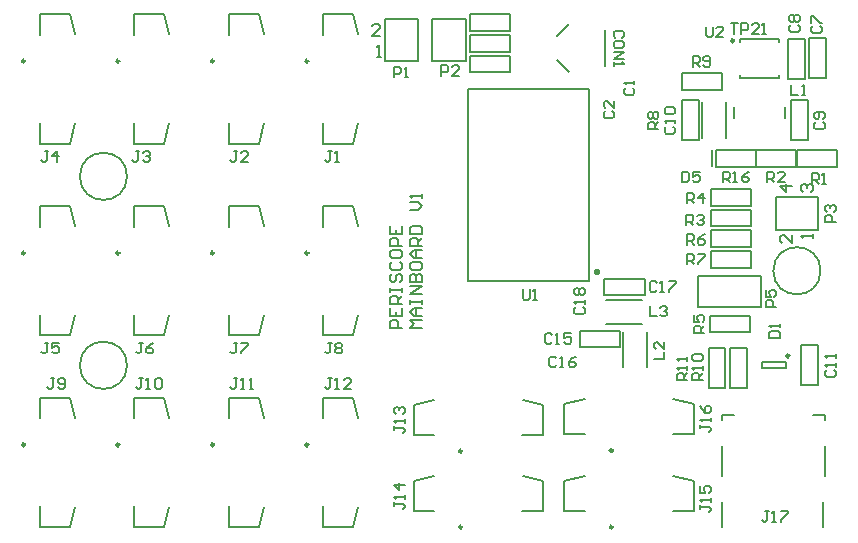
<source format=gto>
G04 Layer_Color=65535*
%FSLAX25Y25*%
%MOIN*%
G70*
G01*
G75*
%ADD39C,0.01000*%
%ADD40C,0.00600*%
%ADD56C,0.00984*%
%ADD57C,0.00787*%
%ADD58C,0.00700*%
D39*
X199213Y87008D02*
Y86008D01*
X198213D01*
Y87008D01*
X199213D01*
D40*
X267715Y112795D02*
X267049Y113462D01*
Y114795D01*
X267715Y115461D01*
X268381D01*
X269048Y114795D01*
Y114128D01*
Y114795D01*
X269714Y115461D01*
X270381D01*
X271047Y114795D01*
Y113462D01*
X270381Y112795D01*
X263961Y114795D02*
X259962D01*
X261961Y112795D01*
Y115461D01*
X263961Y98532D02*
Y95866D01*
X261295Y98532D01*
X260628D01*
X259962Y97865D01*
Y96533D01*
X260628Y95866D01*
X271047Y97441D02*
Y98774D01*
Y98107D01*
X267049D01*
X267715Y97441D01*
X126682Y164961D02*
X124016D01*
X126682Y167626D01*
Y168293D01*
X126015Y168959D01*
X124682D01*
X124016Y168293D01*
X125591Y157874D02*
X126923D01*
X126257D01*
Y161873D01*
X125591Y161206D01*
D56*
X263090Y58268D02*
G03*
X263090Y58268I-492J0D01*
G01*
X154035Y26476D02*
G03*
X154035Y26476I-492J0D01*
G01*
X154035Y1169D02*
G03*
X154035Y1169I-492J0D01*
G01*
X102756Y156496D02*
G03*
X102756Y156496I-492J0D01*
G01*
X71260D02*
G03*
X71260Y156496I-492J0D01*
G01*
X39764D02*
G03*
X39764Y156496I-492J0D01*
G01*
X8268D02*
G03*
X8268Y156496I-492J0D01*
G01*
X8268Y92520D02*
G03*
X8268Y92520I-492J0D01*
G01*
X39764Y92520D02*
G03*
X39764Y92520I-492J0D01*
G01*
X102756Y92520D02*
G03*
X102756Y92520I-492J0D01*
G01*
X8268Y28630D02*
G03*
X8268Y28630I-492J0D01*
G01*
X71260Y28630D02*
G03*
X71260Y28630I-492J0D01*
G01*
X102756Y28630D02*
G03*
X102756Y28630I-492J0D01*
G01*
X204232Y1169D02*
G03*
X204232Y1169I-492J0D01*
G01*
X204232Y26673D02*
G03*
X204232Y26673I-492J0D01*
G01*
X244587Y163307D02*
G03*
X244587Y163307I-492J0D01*
G01*
X71260Y92520D02*
G03*
X71260Y92520I-492J0D01*
G01*
X39764Y28630D02*
G03*
X39764Y28630I-492J0D01*
G01*
D57*
X42323Y118110D02*
G03*
X42323Y118110I-7874J0D01*
G01*
Y55118D02*
G03*
X42323Y55118I-7874J0D01*
G01*
X273494Y86614D02*
G03*
X273494Y86614I-7874J0D01*
G01*
X261811Y54134D02*
Y56102D01*
X253937Y54134D02*
Y56102D01*
X261811Y56102D01*
X253937Y54134D02*
X261811Y54134D01*
X236698Y66142D02*
X243391D01*
X236698D02*
Y71653D01*
X250084D01*
Y66142D02*
Y71653D01*
X243391Y66142D02*
X250084D01*
X243579Y100059D02*
X250272D01*
Y94547D02*
Y100059D01*
X236886Y94547D02*
X250272D01*
X236886D02*
Y100059D01*
X243579D01*
X236886Y87658D02*
X243579D01*
X236886D02*
Y93169D01*
X250272D01*
Y87658D02*
Y93169D01*
X243579Y87658D02*
X250272D01*
X236856Y108327D02*
X243548D01*
X236856D02*
Y113839D01*
X250241D01*
Y108327D02*
Y113839D01*
X243548Y108327D02*
X250241D01*
X243548Y106949D02*
X250241D01*
Y101437D02*
Y106949D01*
X236856Y101437D02*
X250241D01*
X236856D02*
Y106949D01*
X243548D01*
X272524Y100118D02*
Y111299D01*
X258547Y100118D02*
Y111299D01*
Y100118D02*
X272524Y100118D01*
X258547Y111299D02*
X272524D01*
X253714Y74429D02*
Y85020D01*
X232533D02*
X253714D01*
X232533Y74429D02*
Y85020D01*
Y74429D02*
X253714D01*
X181004Y41917D02*
X181004Y31988D01*
X174273Y43534D02*
X181004Y41917D01*
X137894Y41917D02*
X144625Y43534D01*
X174114Y31988D02*
X181004Y31988D01*
X137894Y31988D02*
X144783D01*
X137894D02*
Y41917D01*
X181004Y6681D02*
X181004Y16610D01*
X174273Y18227D02*
X181004Y16610D01*
X137894D02*
X144625Y18227D01*
X174114Y6681D02*
X181004D01*
X137894D02*
X144783D01*
X137894Y16610D02*
X137894Y6681D01*
X245443Y121260D02*
X252135Y121260D01*
Y126772D01*
X238750D02*
X252135D01*
X238750D02*
X238750Y121260D01*
X245443D01*
X202120Y68928D02*
X213931D01*
X202120Y76802D02*
X213931D01*
X215643Y54449D02*
Y66260D01*
X207769Y54449D02*
Y66260D01*
X237205Y126772D02*
X237205Y121555D01*
X201433Y84030D02*
X208126D01*
X201433Y78518D02*
Y84030D01*
Y78518D02*
X214819D01*
Y84030D01*
X208126D02*
X214819D01*
X193399Y66591D02*
X200092D01*
X193399Y61079D02*
Y66591D01*
Y61079D02*
X206785D01*
Y66591D01*
X200092D02*
X206785D01*
X275197Y150709D02*
Y157402D01*
X269685Y150709D02*
X275197D01*
X269685D02*
Y164094D01*
X275197D01*
X275197Y157402D01*
X268307Y150610D02*
X268307Y157303D01*
X262795Y150610D02*
X268307Y150610D01*
X262795Y150610D02*
Y163996D01*
X268307Y163996D01*
X268307Y157303D01*
X269291Y130236D02*
X269291Y136929D01*
X263779Y130236D02*
X269291D01*
X263779D02*
X263779Y143622D01*
X269291D01*
Y136929D02*
Y143622D01*
X241929Y131024D02*
Y142835D01*
X234055Y131024D02*
X234055Y142835D01*
X272590Y48573D02*
Y55266D01*
X267079Y48573D02*
X272590D01*
X267079D02*
Y61959D01*
X272590Y61959D01*
X272590Y55266D01*
X185809Y164802D02*
X189746Y168739D01*
X185809Y156928D02*
X189746Y152991D01*
X201557Y154959D02*
Y166770D01*
X107776Y129035D02*
X117705D01*
X119322Y135767D01*
X117705Y172146D02*
X119322Y165415D01*
X107776Y129035D02*
Y135925D01*
Y165256D02*
Y172146D01*
X117705D01*
X76279Y129035D02*
X86209Y129035D01*
X87826Y135767D01*
X86209Y172146D02*
X87826Y165415D01*
X76279Y129035D02*
Y135925D01*
Y165256D02*
Y172146D01*
X86209Y172146D01*
X44783Y129035D02*
X54712D01*
X56330Y135767D01*
X54712Y172146D02*
X56330Y165415D01*
X44783Y129035D02*
Y135925D01*
Y165256D02*
Y172146D01*
X54712D01*
X13287Y129035D02*
X23216Y129035D01*
X24834Y135767D01*
X23216Y172146D02*
X24834Y165415D01*
X13287Y129035D02*
Y135925D01*
Y165256D02*
Y172146D01*
X23216Y172146D01*
X13287Y65059D02*
X23216D01*
X24834Y71790D01*
X23216Y108169D02*
X24834Y101438D01*
X13287Y71949D02*
X13287Y65059D01*
X13287Y101280D02*
X13287Y108169D01*
X23216D01*
X44783Y65059D02*
X54712D01*
X56330Y71790D01*
X54712Y108169D02*
X56330Y101438D01*
X44783Y65059D02*
Y71949D01*
Y101280D02*
Y108169D01*
X54712D01*
X107776Y65059D02*
X117705D01*
X119322Y71790D01*
X117705Y108169D02*
X119322Y101438D01*
X107776Y65059D02*
X107776Y71949D01*
X107776Y101280D02*
X107776Y108169D01*
X117705Y108169D01*
X13287Y1169D02*
X23216D01*
X24834Y7901D01*
X23216Y44280D02*
X24834Y37548D01*
X13287Y8059D02*
X13287Y1169D01*
X13287Y37390D02*
X13287Y44280D01*
X23216Y44280D01*
X76279Y1169D02*
X86209D01*
X87826Y7901D01*
X86209Y44280D02*
X87826Y37548D01*
X76279Y1169D02*
Y8059D01*
Y37390D02*
Y44280D01*
X86209Y44280D01*
X107776Y1169D02*
X117705D01*
X119322Y7901D01*
X117705Y44280D02*
X119322Y37548D01*
X107776Y1169D02*
Y8059D01*
Y37390D02*
Y44280D01*
X117705D01*
X231201Y6681D02*
Y16610D01*
X224470Y18227D02*
X231201Y16610D01*
X188091D02*
X194822Y18227D01*
X224311Y6681D02*
X231201D01*
X188091D02*
X194980D01*
X188091D02*
Y16610D01*
X231201Y32185D02*
Y42114D01*
X224470Y43731D02*
X231201Y42114D01*
X188091D02*
X194822Y43731D01*
X224311Y32185D02*
X231201D01*
X188091D02*
X194980D01*
X188091D02*
Y42114D01*
X274291Y1181D02*
X274291Y9646D01*
X240669Y38386D02*
X244803Y38386D01*
X240669Y1181D02*
Y9646D01*
Y18307D02*
Y28346D01*
Y36811D02*
Y38386D01*
X274961Y36811D02*
X274961Y38386D01*
Y28346D02*
X274961Y18307D01*
X270827Y38386D02*
X274961D01*
X244685Y141173D02*
X244685Y137630D01*
X261614Y141173D02*
X261614Y137630D01*
X128268Y156398D02*
X139449D01*
X128268Y170374D02*
X139449D01*
X128268D02*
X128268Y156398D01*
X139449D02*
Y170374D01*
X232874Y136929D02*
X232874Y130236D01*
X227362D02*
X232874D01*
X227362D02*
Y143622D01*
X232874D01*
X232874Y136929D01*
X227362Y146968D02*
X234055Y146968D01*
X227362Y146968D02*
X227362Y152480D01*
X240748Y152480D01*
X240748Y146968D01*
X234055Y146968D02*
X240748Y146968D01*
X243307Y61024D02*
X243307Y54331D01*
X243307Y61024D02*
X248819Y61024D01*
X248819Y47638D02*
X248819Y61024D01*
X243307Y47638D02*
X248819Y47638D01*
X243307Y54331D02*
X243307Y47638D01*
X241681D02*
X241681Y54331D01*
X236169Y47638D02*
X241681D01*
X236169D02*
Y61024D01*
X241681D01*
X241681Y54331D01*
X156004Y147146D02*
X196358D01*
X156004Y144390D02*
Y147146D01*
X196358Y143406D02*
Y147146D01*
X156004Y83169D02*
X196358D01*
X156004D02*
Y144390D01*
X196358Y83169D02*
Y143406D01*
X246654Y150906D02*
X252657Y150906D01*
X246654Y150906D02*
Y151890D01*
X252461Y150906D02*
X259646D01*
Y151890D01*
Y162913D02*
Y163898D01*
X253642D02*
X259646D01*
X246654D02*
X253937D01*
X246654D02*
X246654Y162913D01*
X76279Y65059D02*
X86209Y65059D01*
X87826Y71790D01*
X86209Y108169D02*
X87826Y101438D01*
X76279Y71949D02*
X76279Y65059D01*
X76279Y101280D02*
X76279Y108169D01*
X86209Y108169D01*
X44783Y1169D02*
X54712D01*
X56330Y7901D01*
X54712Y44280D02*
X56330Y37548D01*
X44783Y1169D02*
Y8059D01*
Y37390D02*
Y44280D01*
X54712Y44280D01*
X272244Y126772D02*
X278937D01*
Y121260D02*
Y126772D01*
X265551Y121260D02*
X278937D01*
X265551D02*
Y126772D01*
X272244D01*
X258661D02*
X265354D01*
Y121260D02*
Y126772D01*
X251969Y121260D02*
X265354D01*
X251969D02*
Y126772D01*
X258661D01*
X156693Y166535D02*
X163386D01*
X156693D02*
Y172047D01*
X170079D01*
Y166535D02*
Y172047D01*
X163386Y166535D02*
X170079D01*
X156693Y152756D02*
X163386D01*
X156693D02*
Y158268D01*
X170079D01*
Y152756D02*
Y158268D01*
X163386Y152756D02*
X170079D01*
X156693Y159646D02*
X163386D01*
X156693D02*
Y165157D01*
X170079D01*
Y159646D02*
Y165157D01*
X163386Y159646D02*
X170079D01*
X144016Y156398D02*
X155197D01*
X144016Y170374D02*
X155197D01*
X144016D02*
X144016Y156398D01*
X155197D02*
Y170374D01*
D58*
X134122Y67600D02*
X130123D01*
Y69599D01*
X130789Y70266D01*
X132122D01*
X132789Y69599D01*
Y67600D01*
X130123Y74265D02*
Y71599D01*
X134122D01*
Y74265D01*
X132122Y71599D02*
Y72932D01*
X134122Y75597D02*
X130123D01*
Y77597D01*
X130789Y78263D01*
X132122D01*
X132789Y77597D01*
Y75597D01*
Y76930D02*
X134122Y78263D01*
X130123Y79596D02*
Y80929D01*
Y80263D01*
X134122D01*
Y79596D01*
Y80929D01*
X130789Y85594D02*
X130123Y84928D01*
Y83595D01*
X130789Y82928D01*
X131456D01*
X132122Y83595D01*
Y84928D01*
X132789Y85594D01*
X133455D01*
X134122Y84928D01*
Y83595D01*
X133455Y82928D01*
X130789Y89593D02*
X130123Y88926D01*
Y87594D01*
X130789Y86927D01*
X133455D01*
X134122Y87594D01*
Y88926D01*
X133455Y89593D01*
X130123Y92925D02*
Y91592D01*
X130789Y90926D01*
X133455D01*
X134122Y91592D01*
Y92925D01*
X133455Y93592D01*
X130789D01*
X130123Y92925D01*
X134122Y94924D02*
X130123D01*
Y96924D01*
X130789Y97590D01*
X132122D01*
X132789Y96924D01*
Y94924D01*
X130123Y101589D02*
Y98923D01*
X134122D01*
Y101589D01*
X132122Y98923D02*
Y100256D01*
X140600Y67600D02*
X136601D01*
X137934Y68933D01*
X136601Y70266D01*
X140600D01*
Y71599D02*
X137934D01*
X136601Y72932D01*
X137934Y74265D01*
X140600D01*
X138601D01*
Y71599D01*
X136601Y75597D02*
Y76930D01*
Y76264D01*
X140600D01*
Y75597D01*
Y76930D01*
Y78930D02*
X136601D01*
X140600Y81595D01*
X136601D01*
Y82928D02*
X140600D01*
Y84928D01*
X139934Y85594D01*
X139267D01*
X138601Y84928D01*
Y82928D01*
Y84928D01*
X137934Y85594D01*
X137268D01*
X136601Y84928D01*
Y82928D01*
Y88926D02*
Y87594D01*
X137268Y86927D01*
X139934D01*
X140600Y87594D01*
Y88926D01*
X139934Y89593D01*
X137268D01*
X136601Y88926D01*
X140600Y90926D02*
X137934D01*
X136601Y92259D01*
X137934Y93592D01*
X140600D01*
X138601D01*
Y90926D01*
X140600Y94924D02*
X136601D01*
Y96924D01*
X137268Y97590D01*
X138601D01*
X139267Y96924D01*
Y94924D01*
Y96257D02*
X140600Y97590D01*
X136601Y98923D02*
X140600D01*
Y100923D01*
X139934Y101589D01*
X137268D01*
X136601Y100923D01*
Y98923D01*
Y106921D02*
X139267D01*
X140600Y108254D01*
X139267Y109586D01*
X136601D01*
X140600Y110919D02*
Y112252D01*
Y111586D01*
X136601D01*
X137268Y110919D01*
X256344Y64266D02*
X259842D01*
Y66015D01*
X259259Y66598D01*
X256927D01*
X256344Y66015D01*
Y64266D01*
X259842Y67765D02*
Y68931D01*
Y68348D01*
X256344D01*
X256927Y67765D01*
X278525Y102756D02*
X275026D01*
Y104505D01*
X275609Y105088D01*
X276776D01*
X277359Y104505D01*
Y102756D01*
X275609Y106255D02*
X275026Y106838D01*
Y108004D01*
X275609Y108587D01*
X276193D01*
X276776Y108004D01*
Y107421D01*
Y108004D01*
X277359Y108587D01*
X277942D01*
X278525Y108004D01*
Y106838D01*
X277942Y106255D01*
X131344Y34813D02*
Y33647D01*
Y34230D01*
X134259D01*
X134843Y33647D01*
Y33064D01*
X134259Y32480D01*
X134843Y35979D02*
Y37146D01*
Y36562D01*
X131344D01*
X131927Y35979D01*
Y38895D02*
X131344Y39478D01*
Y40644D01*
X131927Y41227D01*
X132510D01*
X133093Y40644D01*
Y40061D01*
Y40644D01*
X133676Y41227D01*
X134259D01*
X134843Y40644D01*
Y39478D01*
X134259Y38895D01*
X131344Y9506D02*
Y8339D01*
Y8923D01*
X134259D01*
X134843Y8339D01*
Y7756D01*
X134259Y7173D01*
X134843Y10672D02*
Y11838D01*
Y11255D01*
X131344D01*
X131927Y10672D01*
X134843Y15337D02*
X131344D01*
X133093Y13588D01*
Y15920D01*
X240954Y116142D02*
Y119641D01*
X242704D01*
X243287Y119057D01*
Y117891D01*
X242704Y117308D01*
X240954D01*
X242121D02*
X243287Y116142D01*
X244453D02*
X245619D01*
X245036D01*
Y119641D01*
X244453Y119057D01*
X249701Y119641D02*
X248535Y119057D01*
X247369Y117891D01*
Y116725D01*
X247952Y116142D01*
X249118D01*
X249701Y116725D01*
Y117308D01*
X249118Y117891D01*
X247369D01*
X216535Y74883D02*
Y71384D01*
X218868D01*
X220034Y74300D02*
X220617Y74883D01*
X221784D01*
X222367Y74300D01*
Y73717D01*
X221784Y73134D01*
X221201D01*
X221784D01*
X222367Y72551D01*
Y71968D01*
X221784Y71384D01*
X220617D01*
X220034Y71968D01*
X217958Y57087D02*
X221457D01*
Y59419D01*
Y62918D02*
Y60585D01*
X219124Y62918D01*
X218541D01*
X217958Y62335D01*
Y61169D01*
X218541Y60585D01*
X227362Y119641D02*
Y116142D01*
X229112D01*
X229695Y116725D01*
Y119057D01*
X229112Y119641D01*
X227362D01*
X233194D02*
X230861D01*
Y117891D01*
X232027Y118474D01*
X232611D01*
X233194Y117891D01*
Y116725D01*
X232611Y116142D01*
X231444D01*
X230861Y116725D01*
X218868Y82505D02*
X218285Y83088D01*
X217119D01*
X216535Y82505D01*
Y80172D01*
X217119Y79589D01*
X218285D01*
X218868Y80172D01*
X220034Y79589D02*
X221201D01*
X220617D01*
Y83088D01*
X220034Y82505D01*
X222950Y83088D02*
X225283D01*
Y82505D01*
X222950Y80172D01*
Y79589D01*
X191966Y74380D02*
X191383Y73797D01*
Y72630D01*
X191966Y72047D01*
X194299D01*
X194882Y72630D01*
Y73797D01*
X194299Y74380D01*
X194882Y75546D02*
Y76712D01*
Y76129D01*
X191383D01*
X191966Y75546D01*
Y78462D02*
X191383Y79045D01*
Y80211D01*
X191966Y80794D01*
X192549D01*
X193132Y80211D01*
X193716Y80794D01*
X194299D01*
X194882Y80211D01*
Y79045D01*
X194299Y78462D01*
X193716D01*
X193132Y79045D01*
X192549Y78462D01*
X191966D01*
X193132Y79045D02*
Y80211D01*
X184040Y65219D02*
X183457Y65802D01*
X182291D01*
X181708Y65219D01*
Y62886D01*
X182291Y62303D01*
X183457D01*
X184040Y62886D01*
X185207Y62303D02*
X186373D01*
X185790D01*
Y65802D01*
X185207Y65219D01*
X190455Y65802D02*
X188122D01*
Y64053D01*
X189289Y64636D01*
X189872D01*
X190455Y64053D01*
Y62886D01*
X189872Y62303D01*
X188706D01*
X188122Y62886D01*
X185468Y57443D02*
X184885Y58026D01*
X183719D01*
X183135Y57443D01*
Y55111D01*
X183719Y54528D01*
X184885D01*
X185468Y55111D01*
X186634Y54528D02*
X187801D01*
X187217D01*
Y58026D01*
X186634Y57443D01*
X191883Y58026D02*
X190716Y57443D01*
X189550Y56277D01*
Y55111D01*
X190133Y54528D01*
X191299D01*
X191883Y55111D01*
Y55694D01*
X191299Y56277D01*
X189550D01*
X270903Y168159D02*
X270320Y167576D01*
Y166409D01*
X270903Y165826D01*
X273236D01*
X273819Y166409D01*
Y167576D01*
X273236Y168159D01*
X270320Y169325D02*
Y171658D01*
X270903D01*
X273236Y169325D01*
X273819D01*
X263620Y168478D02*
X263036Y167895D01*
Y166729D01*
X263620Y166146D01*
X265952D01*
X266535Y166729D01*
Y167895D01*
X265952Y168478D01*
X263620Y169644D02*
X263036Y170228D01*
Y171394D01*
X263620Y171977D01*
X264203D01*
X264786Y171394D01*
X265369Y171977D01*
X265952D01*
X266535Y171394D01*
Y170228D01*
X265952Y169644D01*
X265369D01*
X264786Y170228D01*
X264203Y169644D01*
X263620D01*
X264786Y170228D02*
Y171394D01*
X271897Y136112D02*
X271314Y135529D01*
Y134363D01*
X271897Y133780D01*
X274229D01*
X274813Y134363D01*
Y135529D01*
X274229Y136112D01*
Y137278D02*
X274813Y137862D01*
Y139028D01*
X274229Y139611D01*
X271897D01*
X271314Y139028D01*
Y137862D01*
X271897Y137278D01*
X272480D01*
X273063Y137862D01*
Y139611D01*
X222084Y134633D02*
X221501Y134049D01*
Y132883D01*
X222084Y132300D01*
X224417D01*
X225000Y132883D01*
Y134049D01*
X224417Y134633D01*
X225000Y135799D02*
Y136965D01*
Y136382D01*
X221501D01*
X222084Y135799D01*
Y138715D02*
X221501Y139298D01*
Y140464D01*
X222084Y141047D01*
X224417D01*
X225000Y140464D01*
Y139298D01*
X224417Y138715D01*
X222084D01*
X275628Y53514D02*
X275044Y52930D01*
Y51764D01*
X275628Y51181D01*
X277960D01*
X278543Y51764D01*
Y52930D01*
X277960Y53514D01*
X278543Y54680D02*
Y55846D01*
Y55263D01*
X275044D01*
X275628Y54680D01*
X278543Y57596D02*
Y58762D01*
Y58179D01*
X275044D01*
X275628Y57596D01*
X207425Y164339D02*
X208008Y164922D01*
Y166089D01*
X207425Y166672D01*
X205093D01*
X204509Y166089D01*
Y164922D01*
X205093Y164339D01*
X208008Y161424D02*
Y162590D01*
X207425Y163173D01*
X205093D01*
X204509Y162590D01*
Y161424D01*
X205093Y160840D01*
X207425D01*
X208008Y161424D01*
X204509Y159674D02*
X208008D01*
X204509Y157342D01*
X208008D01*
X204509Y156175D02*
Y155009D01*
Y155592D01*
X208008D01*
X207425Y156175D01*
X110600Y126530D02*
X109434D01*
X110017D01*
Y123615D01*
X109434Y123031D01*
X108851D01*
X108268Y123615D01*
X111767Y123031D02*
X112933D01*
X112350D01*
Y126530D01*
X111767Y125947D01*
X79104Y126530D02*
X77938D01*
X78521D01*
Y123615D01*
X77938Y123031D01*
X77355D01*
X76772Y123615D01*
X82603Y123031D02*
X80270D01*
X82603Y125364D01*
Y125947D01*
X82020Y126530D01*
X80854D01*
X80270Y125947D01*
X46427Y126530D02*
X45261D01*
X45844D01*
Y123615D01*
X45261Y123031D01*
X44678D01*
X44094Y123615D01*
X47593Y125947D02*
X48177Y126530D01*
X49343D01*
X49926Y125947D01*
Y125364D01*
X49343Y124781D01*
X48760D01*
X49343D01*
X49926Y124198D01*
Y123615D01*
X49343Y123031D01*
X48177D01*
X47593Y123615D01*
X16112Y126530D02*
X14946D01*
X15529D01*
Y123615D01*
X14946Y123031D01*
X14363D01*
X13780Y123615D01*
X19028Y123031D02*
Y126530D01*
X17278Y124781D01*
X19611D01*
X16112Y62554D02*
X14946D01*
X15529D01*
Y59638D01*
X14946Y59055D01*
X14363D01*
X13780Y59638D01*
X19611Y62554D02*
X17278D01*
Y60804D01*
X18445Y61388D01*
X19028D01*
X19611Y60804D01*
Y59638D01*
X19028Y59055D01*
X17862D01*
X17278Y59638D01*
X47608Y62554D02*
X46442D01*
X47025D01*
Y59638D01*
X46442Y59055D01*
X45859D01*
X45276Y59638D01*
X51107Y62554D02*
X49941Y61971D01*
X48774Y60804D01*
Y59638D01*
X49358Y59055D01*
X50524D01*
X51107Y59638D01*
Y60221D01*
X50524Y60804D01*
X48774D01*
X110600Y62554D02*
X109434D01*
X110017D01*
Y59638D01*
X109434Y59055D01*
X108851D01*
X108268Y59638D01*
X111767Y61971D02*
X112350Y62554D01*
X113516D01*
X114099Y61971D01*
Y61388D01*
X113516Y60804D01*
X114099Y60221D01*
Y59638D01*
X113516Y59055D01*
X112350D01*
X111767Y59638D01*
Y60221D01*
X112350Y60804D01*
X111767Y61388D01*
Y61971D01*
X112350Y60804D02*
X113516D01*
X18081Y50743D02*
X16914D01*
X17497D01*
Y47827D01*
X16914Y47244D01*
X16331D01*
X15748Y47827D01*
X19247D02*
X19830Y47244D01*
X20996D01*
X21579Y47827D01*
Y50160D01*
X20996Y50743D01*
X19830D01*
X19247Y50160D01*
Y49577D01*
X19830Y48994D01*
X21579D01*
X79104Y50743D02*
X77938D01*
X78521D01*
Y47827D01*
X77938Y47244D01*
X77355D01*
X76772Y47827D01*
X80270Y47244D02*
X81437D01*
X80854D01*
Y50743D01*
X80270Y50160D01*
X83186Y47244D02*
X84352D01*
X83769D01*
Y50743D01*
X83186Y50160D01*
X110600Y50743D02*
X109434D01*
X110017D01*
Y47827D01*
X109434Y47244D01*
X108851D01*
X108268Y47827D01*
X111767Y47244D02*
X112933D01*
X112350D01*
Y50743D01*
X111767Y50160D01*
X117015Y47244D02*
X114682D01*
X117015Y49577D01*
Y50160D01*
X116432Y50743D01*
X115266D01*
X114682Y50160D01*
X233375Y8522D02*
Y7355D01*
Y7938D01*
X236291D01*
X236874Y7355D01*
Y6772D01*
X236291Y6189D01*
X236874Y9688D02*
Y10854D01*
Y10271D01*
X233375D01*
X233958Y9688D01*
X233375Y14936D02*
Y12604D01*
X235124D01*
X234541Y13770D01*
Y14353D01*
X235124Y14936D01*
X236291D01*
X236874Y14353D01*
Y13187D01*
X236291Y12604D01*
X233326Y35214D02*
Y34048D01*
Y34631D01*
X236242D01*
X236825Y34048D01*
Y33465D01*
X236242Y32882D01*
X236825Y36381D02*
Y37547D01*
Y36964D01*
X233326D01*
X233909Y36381D01*
X233326Y41629D02*
X233909Y40463D01*
X235076Y39296D01*
X236242D01*
X236825Y39880D01*
Y41046D01*
X236242Y41629D01*
X235659D01*
X235076Y41046D01*
Y39296D01*
X256270Y6452D02*
X255103D01*
X255686D01*
Y3536D01*
X255103Y2953D01*
X254520D01*
X253937Y3536D01*
X257436Y2953D02*
X258602D01*
X258019D01*
Y6452D01*
X257436Y5869D01*
X260352Y6452D02*
X262684D01*
Y5869D01*
X260352Y3536D01*
Y2953D01*
X263800Y148699D02*
Y145200D01*
X266133D01*
X267299D02*
X268465D01*
X267882D01*
Y148699D01*
X267299Y148116D01*
X131358Y151043D02*
Y154542D01*
X133108D01*
X133691Y153959D01*
Y152792D01*
X133108Y152209D01*
X131358D01*
X134857Y151043D02*
X136023D01*
X135440D01*
Y154542D01*
X134857Y153959D01*
X219400Y133800D02*
X215901D01*
Y135549D01*
X216484Y136133D01*
X217651D01*
X218234Y135549D01*
Y133800D01*
Y134966D02*
X219400Y136133D01*
X216484Y137299D02*
X215901Y137882D01*
Y139048D01*
X216484Y139631D01*
X217067D01*
X217651Y139048D01*
X218234Y139631D01*
X218817D01*
X219400Y139048D01*
Y137882D01*
X218817Y137299D01*
X218234D01*
X217651Y137882D01*
X217067Y137299D01*
X216484D01*
X217651Y137882D02*
Y139048D01*
X230906Y154661D02*
Y158160D01*
X232655D01*
X233238Y157577D01*
Y156411D01*
X232655Y155828D01*
X230906D01*
X232072D02*
X233238Y154661D01*
X234404Y155245D02*
X234987Y154661D01*
X236154D01*
X236737Y155245D01*
Y157577D01*
X236154Y158160D01*
X234987D01*
X234404Y157577D01*
Y156994D01*
X234987Y156411D01*
X236737D01*
X234252Y50197D02*
X230753D01*
Y51946D01*
X231336Y52529D01*
X232503D01*
X233086Y51946D01*
Y50197D01*
Y51363D02*
X234252Y52529D01*
Y53696D02*
Y54862D01*
Y54279D01*
X230753D01*
X231336Y53696D01*
Y56611D02*
X230753Y57195D01*
Y58361D01*
X231336Y58944D01*
X233669D01*
X234252Y58361D01*
Y57195D01*
X233669Y56611D01*
X231336D01*
X229134Y50197D02*
X225635D01*
Y51946D01*
X226218Y52529D01*
X227384D01*
X227968Y51946D01*
Y50197D01*
Y51363D02*
X229134Y52529D01*
Y53696D02*
Y54862D01*
Y54279D01*
X225635D01*
X226218Y53696D01*
X229134Y56611D02*
Y57778D01*
Y57195D01*
X225635D01*
X226218Y56611D01*
X243579Y169108D02*
X245911D01*
X244745D01*
Y165609D01*
X247078D02*
Y169108D01*
X248827D01*
X249410Y168525D01*
Y167359D01*
X248827Y166775D01*
X247078D01*
X252909Y165609D02*
X250576D01*
X252909Y167942D01*
Y168525D01*
X252326Y169108D01*
X251160D01*
X250576Y168525D01*
X254075Y165609D02*
X255242D01*
X254658D01*
Y169108D01*
X254075Y168525D01*
X174213Y80491D02*
Y77575D01*
X174796Y76992D01*
X175962D01*
X176545Y77575D01*
Y80491D01*
X177711Y76992D02*
X178878D01*
X178295D01*
Y80491D01*
X177711Y79908D01*
X235236Y167987D02*
Y165071D01*
X235819Y164488D01*
X236986D01*
X237569Y165071D01*
Y167987D01*
X241068Y164488D02*
X238735D01*
X241068Y166821D01*
Y167404D01*
X240484Y167987D01*
X239318D01*
X238735Y167404D01*
X79104Y62554D02*
X77938D01*
X78521D01*
Y59638D01*
X77938Y59055D01*
X77355D01*
X76772Y59638D01*
X80270Y62554D02*
X82603D01*
Y61971D01*
X80270Y59638D01*
Y59055D01*
X47608Y50830D02*
X46442D01*
X47025D01*
Y47914D01*
X46442Y47331D01*
X45859D01*
X45276Y47914D01*
X48774Y47331D02*
X49941D01*
X49358D01*
Y50830D01*
X48774Y50247D01*
X51690D02*
X52273Y50830D01*
X53440D01*
X54023Y50247D01*
Y47914D01*
X53440Y47331D01*
X52273D01*
X51690Y47914D01*
Y50247D01*
X208502Y147608D02*
X207918Y147025D01*
Y145859D01*
X208502Y145276D01*
X210834D01*
X211417Y145859D01*
Y147025D01*
X210834Y147608D01*
X211417Y148775D02*
Y149941D01*
Y149358D01*
X207918D01*
X208502Y148775D01*
X201809Y139734D02*
X201225Y139151D01*
Y137985D01*
X201809Y137402D01*
X204141D01*
X204724Y137985D01*
Y139151D01*
X204141Y139734D01*
X204724Y143233D02*
Y140900D01*
X202392Y143233D01*
X201809D01*
X201225Y142650D01*
Y141484D01*
X201809Y140900D01*
X258661Y74410D02*
X255163D01*
Y76159D01*
X255746Y76742D01*
X256912D01*
X257495Y76159D01*
Y74410D01*
X255163Y80241D02*
Y77908D01*
X256912D01*
X256329Y79075D01*
Y79658D01*
X256912Y80241D01*
X258078D01*
X258661Y79658D01*
Y78491D01*
X258078Y77908D01*
X270605Y115551D02*
Y119050D01*
X272355D01*
X272938Y118467D01*
Y117300D01*
X272355Y116717D01*
X270605D01*
X271772D02*
X272938Y115551D01*
X274104D02*
X275270D01*
X274687D01*
Y119050D01*
X274104Y118467D01*
X255724Y116142D02*
Y119641D01*
X257474D01*
X258057Y119057D01*
Y117891D01*
X257474Y117308D01*
X255724D01*
X256891D02*
X258057Y116142D01*
X261556D02*
X259223D01*
X261556Y118474D01*
Y119057D01*
X260973Y119641D01*
X259806D01*
X259223Y119057D01*
X228785Y101831D02*
Y105330D01*
X230534D01*
X231117Y104746D01*
Y103580D01*
X230534Y102997D01*
X228785D01*
X229951D02*
X231117Y101831D01*
X232283Y104746D02*
X232867Y105330D01*
X234033D01*
X234616Y104746D01*
Y104163D01*
X234033Y103580D01*
X233450D01*
X234033D01*
X234616Y102997D01*
Y102414D01*
X234033Y101831D01*
X232867D01*
X232283Y102414D01*
X228991Y109114D02*
Y112613D01*
X230740D01*
X231324Y112030D01*
Y110864D01*
X230740Y110281D01*
X228991D01*
X230157D02*
X231324Y109114D01*
X234239D02*
Y112613D01*
X232490Y110864D01*
X234822D01*
X234743Y66004D02*
X231244D01*
Y67753D01*
X231827Y68336D01*
X232994D01*
X233577Y67753D01*
Y66004D01*
Y67170D02*
X234743Y68336D01*
X231244Y71835D02*
Y69503D01*
X232994D01*
X232410Y70669D01*
Y71252D01*
X232994Y71835D01*
X234160D01*
X234743Y71252D01*
Y70086D01*
X234160Y69503D01*
X229021Y95319D02*
Y98818D01*
X230771D01*
X231354Y98235D01*
Y97069D01*
X230771Y96485D01*
X229021D01*
X230188D02*
X231354Y95319D01*
X234853Y98818D02*
X233686Y98235D01*
X232520Y97069D01*
Y95902D01*
X233103Y95319D01*
X234269D01*
X234853Y95902D01*
Y96485D01*
X234269Y97069D01*
X232520D01*
X229021Y88713D02*
Y92212D01*
X230771D01*
X231354Y91628D01*
Y90462D01*
X230771Y89879D01*
X229021D01*
X230188D02*
X231354Y88713D01*
X232520Y92212D02*
X234853D01*
Y91628D01*
X232520Y89296D01*
Y88713D01*
X147106Y151575D02*
Y155074D01*
X148856D01*
X149439Y154490D01*
Y153324D01*
X148856Y152741D01*
X147106D01*
X152938Y151575D02*
X150605D01*
X152938Y153907D01*
Y154490D01*
X152355Y155074D01*
X151188D01*
X150605Y154490D01*
M02*

</source>
